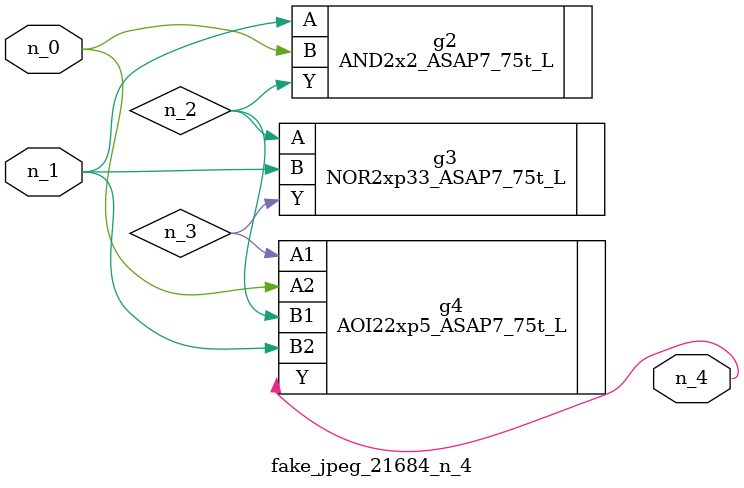
<source format=v>
module fake_jpeg_21684_n_4 (n_0, n_1, n_4);

input n_0;
input n_1;

output n_4;

wire n_2;
wire n_3;

AND2x2_ASAP7_75t_L g2 ( 
.A(n_1),
.B(n_0),
.Y(n_2)
);

NOR2xp33_ASAP7_75t_L g3 ( 
.A(n_2),
.B(n_1),
.Y(n_3)
);

AOI22xp5_ASAP7_75t_L g4 ( 
.A1(n_3),
.A2(n_0),
.B1(n_2),
.B2(n_1),
.Y(n_4)
);


endmodule
</source>
